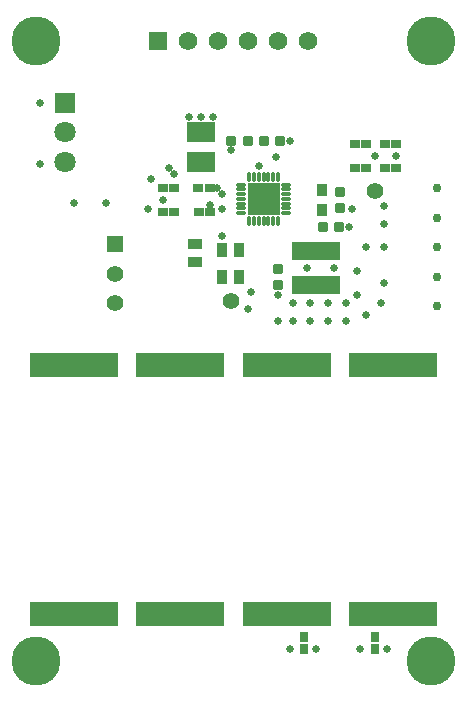
<source format=gts>
G04*
G04 #@! TF.GenerationSoftware,Altium Limited,Altium Designer,25.6.2 (33)*
G04*
G04 Layer_Color=8388736*
%FSLAX44Y44*%
%MOMM*%
G71*
G04*
G04 #@! TF.SameCoordinates,C81FDC39-D595-45C3-B34A-221C7668EC96*
G04*
G04*
G04 #@! TF.FilePolarity,Negative*
G04*
G01*
G75*
%ADD28R,0.8000X0.8500*%
%ADD29R,2.3500X1.7000*%
%ADD30O,1.0000X0.3500*%
%ADD31R,7.5500X2.1500*%
%ADD32R,2.7500X2.7500*%
%ADD33O,0.3500X1.0000*%
%ADD34R,0.8500X0.8000*%
G04:AMPARAMS|DCode=35|XSize=0.91mm|YSize=0.8104mm|CornerRadius=0.1576mm|HoleSize=0mm|Usage=FLASHONLY|Rotation=0.000|XOffset=0mm|YOffset=0mm|HoleType=Round|Shape=RoundedRectangle|*
%AMROUNDEDRECTD35*
21,1,0.9100,0.4953,0,0,0.0*
21,1,0.5949,0.8104,0,0,0.0*
1,1,0.3151,0.2975,-0.2477*
1,1,0.3151,-0.2975,-0.2477*
1,1,0.3151,-0.2975,0.2477*
1,1,0.3151,0.2975,0.2477*
%
%ADD35ROUNDEDRECTD35*%
G04:AMPARAMS|DCode=36|XSize=0.91mm|YSize=0.8104mm|CornerRadius=0.1576mm|HoleSize=0mm|Usage=FLASHONLY|Rotation=90.000|XOffset=0mm|YOffset=0mm|HoleType=Round|Shape=RoundedRectangle|*
%AMROUNDEDRECTD36*
21,1,0.9100,0.4953,0,0,90.0*
21,1,0.5949,0.8104,0,0,90.0*
1,1,0.3151,0.2477,0.2975*
1,1,0.3151,0.2477,-0.2975*
1,1,0.3151,-0.2477,-0.2975*
1,1,0.3151,-0.2477,0.2975*
%
%ADD36ROUNDEDRECTD36*%
%ADD37C,0.7500*%
%ADD38R,1.1500X0.9500*%
%ADD39R,4.0400X1.6000*%
%ADD40R,0.9500X1.1500*%
%ADD41R,0.8500X1.1000*%
%ADD42R,1.5700X1.5700*%
%ADD43R,1.8000X1.8000*%
%ADD44C,4.1500*%
%ADD45C,1.5700*%
%ADD46C,1.8000*%
%ADD47R,1.4000X1.4000*%
%ADD48C,1.4000*%
%ADD49C,0.6500*%
%ADD50C,1.4200*%
D28*
X250000Y42250D02*
D03*
Y32750D02*
D03*
X310000Y42250D02*
D03*
Y32750D02*
D03*
D29*
X162500Y470000D02*
D03*
Y445000D02*
D03*
D30*
X196500Y425500D02*
D03*
Y421500D02*
D03*
Y417500D02*
D03*
X234500Y401500D02*
D03*
Y405500D02*
D03*
Y409500D02*
D03*
Y413500D02*
D03*
Y417500D02*
D03*
Y421500D02*
D03*
Y425500D02*
D03*
X196500Y413500D02*
D03*
Y409500D02*
D03*
Y405500D02*
D03*
Y401500D02*
D03*
D31*
X145000Y62500D02*
D03*
X55000D02*
D03*
X325000Y272500D02*
D03*
Y62500D02*
D03*
X145000Y272500D02*
D03*
X235000D02*
D03*
Y62500D02*
D03*
X55000Y272500D02*
D03*
D32*
X215500Y413500D02*
D03*
D33*
X219500Y432500D02*
D03*
X223500D02*
D03*
X227500D02*
D03*
X215500D02*
D03*
X211500D02*
D03*
X207500D02*
D03*
X203500D02*
D03*
Y394500D02*
D03*
X207500D02*
D03*
X211500D02*
D03*
X215500D02*
D03*
X219500D02*
D03*
X223500D02*
D03*
X227500D02*
D03*
D34*
X170000Y402500D02*
D03*
X169750Y422500D02*
D03*
X327750Y440000D02*
D03*
Y460000D02*
D03*
X302500D02*
D03*
X293000D02*
D03*
X130250Y402500D02*
D03*
X139750D02*
D03*
X130250Y422500D02*
D03*
X139750D02*
D03*
X293000Y440000D02*
D03*
X302500D02*
D03*
X160500Y402500D02*
D03*
X160250Y422500D02*
D03*
X318250Y440000D02*
D03*
Y460000D02*
D03*
D35*
X227500Y340500D02*
D03*
X280000Y405500D02*
D03*
X227500Y354500D02*
D03*
X280000Y419500D02*
D03*
D36*
X279500Y390000D02*
D03*
X188000Y462500D02*
D03*
X229500D02*
D03*
X265500Y390000D02*
D03*
X202000Y462500D02*
D03*
X215500D02*
D03*
D37*
X362500Y322500D02*
D03*
Y372500D02*
D03*
Y397500D02*
D03*
Y422500D02*
D03*
Y347500D02*
D03*
D38*
X157500Y375000D02*
D03*
Y360000D02*
D03*
D39*
X260000Y340250D02*
D03*
Y369750D02*
D03*
D40*
X180000Y347500D02*
D03*
X195000D02*
D03*
X180000Y370000D02*
D03*
X195000D02*
D03*
D41*
X265000Y404250D02*
D03*
Y420750D02*
D03*
D42*
X126500Y547500D02*
D03*
D43*
X47500Y495000D02*
D03*
D44*
X22500Y22500D02*
D03*
X357500D02*
D03*
Y547500D02*
D03*
X22500D02*
D03*
D45*
X253500D02*
D03*
X228100D02*
D03*
X202700D02*
D03*
X177300D02*
D03*
X151900D02*
D03*
D46*
X47500Y470000D02*
D03*
Y445000D02*
D03*
D47*
X90000Y375000D02*
D03*
D48*
Y350000D02*
D03*
Y325000D02*
D03*
D49*
X205000Y335000D02*
D03*
X202500Y320000D02*
D03*
X227500Y310000D02*
D03*
X240000D02*
D03*
X255000D02*
D03*
X270000D02*
D03*
X285000D02*
D03*
X302500Y315000D02*
D03*
X315000Y325000D02*
D03*
X317500Y342500D02*
D03*
Y372500D02*
D03*
Y392500D02*
D03*
Y407500D02*
D03*
X252500Y355000D02*
D03*
X275000D02*
D03*
X302500Y372500D02*
D03*
X295000Y352500D02*
D03*
Y332500D02*
D03*
X285000Y325000D02*
D03*
X270000D02*
D03*
X255000D02*
D03*
X240000D02*
D03*
X162500Y482500D02*
D03*
X172500D02*
D03*
X152500D02*
D03*
X140000Y435000D02*
D03*
X135000Y440000D02*
D03*
X120000Y430000D02*
D03*
X170000Y408770D02*
D03*
X206610Y422390D02*
D03*
X224390D02*
D03*
Y404610D02*
D03*
X206610D02*
D03*
X180000Y417500D02*
D03*
X176270Y422500D02*
D03*
X187500Y455000D02*
D03*
X237500Y462500D02*
D03*
X327500Y450000D02*
D03*
X287500Y390000D02*
D03*
X227500Y332500D02*
D03*
X82500Y410000D02*
D03*
X55000D02*
D03*
X26283Y442939D02*
D03*
X26336Y495027D02*
D03*
X117500Y405000D02*
D03*
X237500Y32500D02*
D03*
X260000D02*
D03*
X297500D02*
D03*
X320000D02*
D03*
X225934Y448801D02*
D03*
X290000Y405000D02*
D03*
X130000Y412500D02*
D03*
X310000Y450000D02*
D03*
X180000Y405000D02*
D03*
X211426Y441610D02*
D03*
X180000Y382500D02*
D03*
D50*
X215500Y413500D02*
D03*
X310000Y420000D02*
D03*
X187500Y327500D02*
D03*
M02*

</source>
